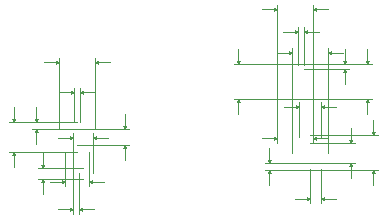
<source format=gbr>
%TF.GenerationSoftware,Altium Limited,Altium Designer,20.2.5 (213)*%
G04 Layer_Color=32768*
%FSLAX26Y26*%
%MOIN*%
%TF.SameCoordinates,0FE6C2C3-B7F4-45EC-A48D-0F423D7CACB9*%
%TF.FilePolarity,Positive*%
%TF.FileFunction,Other,Mechanical_7*%
%TF.Part,Single*%
G01*
G75*
%TA.AperFunction,NonConductor*%
%ADD69C,0.001000*%
D69*
X2556724Y1987668D02*
Y2111526D01*
X2537038Y1987668D02*
Y2111526D01*
X2556724Y2096526D02*
X2606724D01*
X2487038D02*
X2537038D01*
X2556724D02*
X2566724Y2091526D01*
X2556724Y2096526D02*
X2566724Y2101526D01*
Y2091526D02*
Y2101526D01*
X2527038Y2091526D02*
X2537038Y2096526D01*
X2527038Y2101526D02*
X2537038Y2096526D01*
X2527038Y2091526D02*
Y2101526D01*
X2556724Y1972810D02*
X2707252D01*
X2556724Y1990526D02*
X2707252D01*
X2692252Y1922810D02*
Y1972810D01*
Y1990526D02*
Y2040526D01*
Y1972810D02*
X2697252Y1962810D01*
X2687252D02*
X2692252Y1972810D01*
X2687252Y1962810D02*
X2697252D01*
X2692252Y1990526D02*
X2697252Y2000526D01*
X2687252D02*
X2692252Y1990526D01*
X2687252Y2000526D02*
X2697252D01*
X2556724Y1872416D02*
X2782252D01*
X2556724Y1990526D02*
X2782252D01*
X2767252Y1822416D02*
Y1872416D01*
Y1990526D02*
Y2040526D01*
Y1872416D02*
X2772252Y1862416D01*
X2762252D02*
X2767252Y1872416D01*
X2762252Y1862416D02*
X2772252D01*
X2767252Y1990526D02*
X2772252Y2000526D01*
X2762252D02*
X2767252Y1990526D01*
X2762252Y2000526D02*
X2772252D01*
X2586252Y1961000D02*
Y2186526D01*
X2468140Y1961000D02*
Y2186526D01*
X2586252Y2171526D02*
X2636252D01*
X2418140D02*
X2468140D01*
X2586252D02*
X2596252Y2166526D01*
X2586252Y2171526D02*
X2596252Y2176526D01*
Y2166526D02*
Y2176526D01*
X2458140Y2166526D02*
X2468140Y2171526D01*
X2458140Y2176526D02*
X2468140Y2171526D01*
X2458140Y2166526D02*
Y2176526D01*
X2586252Y1726416D02*
Y1990526D01*
X2468140Y1726416D02*
Y1990526D01*
X2586252Y1741416D02*
X2636252D01*
X2418140D02*
X2468140D01*
X2586252D02*
X2596252Y1736416D01*
X2586252Y1741416D02*
X2596252Y1746416D01*
Y1736416D02*
Y1746416D01*
X2458140Y1736416D02*
X2468140Y1741416D01*
X2458140Y1746416D02*
X2468140Y1741416D01*
X2458140Y1736416D02*
Y1746416D01*
X2322140Y1872416D02*
X2586252D01*
X2322140Y1990526D02*
X2586252D01*
X2337140Y1822416D02*
Y1872416D01*
Y1990526D02*
Y2040526D01*
Y1872416D02*
X2342140Y1862416D01*
X2332140D02*
X2337140Y1872416D01*
X2332140Y1862416D02*
X2342140D01*
X2337140Y1990526D02*
X2342140Y2000526D01*
X2332140D02*
X2337140Y1990526D01*
X2332140Y2000526D02*
X2342140D01*
X2436576Y1668826D02*
X2446576D01*
X2436576D02*
X2441576Y1658826D01*
X2446576Y1668826D01*
X2436576Y1625204D02*
X2446576D01*
X2436576D02*
X2441576Y1635204D01*
X2446576Y1625204D01*
X2441576Y1658826D02*
Y1708826D01*
Y1585204D02*
Y1635204D01*
X2426576Y1658826D02*
X2577600D01*
X2426576Y1635204D02*
X2577600D01*
X2530198Y1842520D02*
Y1852520D01*
X2540198Y1847520D01*
X2530198Y1842520D02*
X2540198Y1847520D01*
X2625000Y1842520D02*
Y1852520D01*
X2615000Y1847520D02*
X2625000Y1852520D01*
X2615000Y1847520D02*
X2625000Y1842520D01*
X2490198Y1847520D02*
X2540198D01*
X2615000D02*
X2665000D01*
X2540198Y1747520D02*
Y1862520D01*
X2615000Y1747520D02*
Y1862520D01*
X2567600Y1536000D02*
Y1546000D01*
X2577600Y1541000D01*
X2567600Y1536000D02*
X2577600Y1541000D01*
X2625000Y1536000D02*
Y1546000D01*
X2615000Y1541000D02*
X2625000Y1546000D01*
X2615000Y1541000D02*
X2625000Y1536000D01*
X2527600Y1541000D02*
X2577600D01*
X2615000D02*
X2665000D01*
X2577600Y1526000D02*
Y1641000D01*
X2615000Y1526000D02*
Y1641000D01*
X2506576Y2022724D02*
Y2032724D01*
X2516576Y2027724D01*
X2506576Y2022724D02*
X2516576Y2027724D01*
X2648622Y2022724D02*
Y2032724D01*
X2638622Y2027724D02*
X2648622Y2032724D01*
X2638622Y2027724D02*
X2648622Y2022724D01*
X2466576Y2027724D02*
X2516576D01*
X2638622D02*
X2688622D01*
X2516576Y1694260D02*
Y2042724D01*
X2638622Y1694260D02*
Y2042724D01*
X2783622Y1763314D02*
X2793622D01*
X2783622D02*
X2788622Y1753314D01*
X2793622Y1763314D01*
X2783622Y1625204D02*
X2793622D01*
X2783622D02*
X2788622Y1635204D01*
X2793622Y1625204D01*
X2788622Y1753314D02*
Y1803314D01*
Y1585204D02*
Y1635204D01*
X2577600Y1753314D02*
X2803622D01*
X2577600Y1635204D02*
X2803622D01*
X2708622Y1737724D02*
X2718622D01*
X2708622D02*
X2713622Y1727724D01*
X2718622Y1737724D01*
X2708622Y1650796D02*
X2718622D01*
X2708622D02*
X2713622Y1660796D01*
X2718622Y1650796D01*
X2713622Y1727724D02*
Y1777724D01*
Y1610796D02*
Y1660796D01*
X2577600Y1727724D02*
X2728622D01*
X2577600Y1660796D02*
X2728622D01*
X1775500Y1501000D02*
Y1511000D01*
Y1501000D02*
X1785500Y1506000D01*
X1775500Y1511000D02*
X1785500Y1506000D01*
X1815500Y1501000D02*
Y1511000D01*
X1805500Y1506000D02*
X1815500Y1501000D01*
X1805500Y1506000D02*
X1815500Y1511000D01*
X1735500Y1506000D02*
X1785500D01*
X1805500D02*
X1855500D01*
X1785500Y1491000D02*
Y1625000D01*
X1805500Y1491000D02*
Y1625000D01*
X1775500Y1739000D02*
Y1749000D01*
Y1739000D02*
X1785500Y1744000D01*
X1775500Y1749000D02*
X1785500Y1744000D01*
X1864500Y1739000D02*
Y1749000D01*
X1854500Y1744000D02*
X1864500Y1739000D01*
X1854500Y1744000D02*
X1864500Y1749000D01*
X1735500Y1744000D02*
X1785500D01*
X1854500D02*
X1904500D01*
X1785500Y1625000D02*
Y1759000D01*
X1854500Y1625000D02*
Y1759000D01*
X1680500Y1596000D02*
X1690500D01*
X1680500D02*
X1685500Y1606000D01*
X1690500Y1596000D01*
X1680500Y1654000D02*
X1690500D01*
X1680500D02*
X1685500Y1644000D01*
X1690500Y1654000D01*
X1685500Y1556000D02*
Y1606000D01*
Y1644000D02*
Y1694000D01*
X1670500Y1606000D02*
X1820000D01*
X1670500Y1644000D02*
X1820000D01*
X1955040Y1709442D02*
X1965040D01*
X1955040D02*
X1960040Y1719442D01*
X1965040Y1709442D01*
X1955040Y1784560D02*
X1965040D01*
X1955040D02*
X1960040Y1774560D01*
X1965040Y1784560D01*
X1960040Y1669442D02*
Y1719442D01*
Y1774560D02*
Y1824560D01*
X1800000Y1719442D02*
X1975040D01*
X1800000Y1774560D02*
X1975040D01*
X1729960Y1991214D02*
Y2001214D01*
Y1991214D02*
X1739960Y1996214D01*
X1729960Y2001214D02*
X1739960Y1996214D01*
X1870040Y1991214D02*
Y2001214D01*
X1860040Y1996214D02*
X1870040Y1991214D01*
X1860040Y1996214D02*
X1870040Y2001214D01*
X1689960Y1996214D02*
X1739960D01*
X1860040D02*
X1910040D01*
X1739960Y1774560D02*
Y2011214D01*
X1860040Y1774560D02*
Y2011214D01*
X1779960Y1891214D02*
Y1901214D01*
Y1891214D02*
X1789960Y1896214D01*
X1779960Y1901214D02*
X1789960Y1896214D01*
X1820040Y1891214D02*
Y1901214D01*
X1810040Y1896214D02*
X1820040Y1891214D01*
X1810040Y1896214D02*
X1820040Y1901214D01*
X1739960Y1896214D02*
X1789960D01*
X1810040D02*
X1860040D01*
X1789960Y1796214D02*
Y1911214D01*
X1810040Y1796214D02*
Y1911214D01*
X1749646Y1592788D02*
Y1602788D01*
Y1592788D02*
X1759646Y1597788D01*
X1749646Y1602788D02*
X1759646Y1597788D01*
X1850354Y1592788D02*
Y1602788D01*
X1840354Y1597788D02*
X1850354Y1592788D01*
X1840354Y1597788D02*
X1850354Y1602788D01*
X1709646Y1597788D02*
X1759646D01*
X1840354D02*
X1890354D01*
X1759646Y1582788D02*
Y1697788D01*
X1840354Y1582788D02*
Y1697788D01*
X1659960Y1762198D02*
X1669960D01*
X1659960D02*
X1664960Y1772198D01*
X1669960Y1762198D01*
X1659960Y1806214D02*
X1669960D01*
X1659960D02*
X1664960Y1796214D01*
X1669960Y1806214D01*
X1664960Y1722198D02*
Y1772198D01*
Y1796214D02*
Y1846214D01*
X1649960Y1772198D02*
X1800000D01*
X1649960Y1796214D02*
X1800000D01*
X1584960Y1687788D02*
X1594960D01*
X1584960D02*
X1589960Y1697788D01*
X1594960Y1687788D01*
X1584960Y1806214D02*
X1594960D01*
X1584960D02*
X1589960Y1796214D01*
X1594960Y1806214D01*
X1589960Y1647788D02*
Y1697788D01*
Y1796214D02*
Y1846214D01*
X1574960Y1697788D02*
X1800000D01*
X1574960Y1796214D02*
X1800000D01*
%TF.MD5,762b4cf26afe2c10edaa2e18fb481929*%
M02*

</source>
